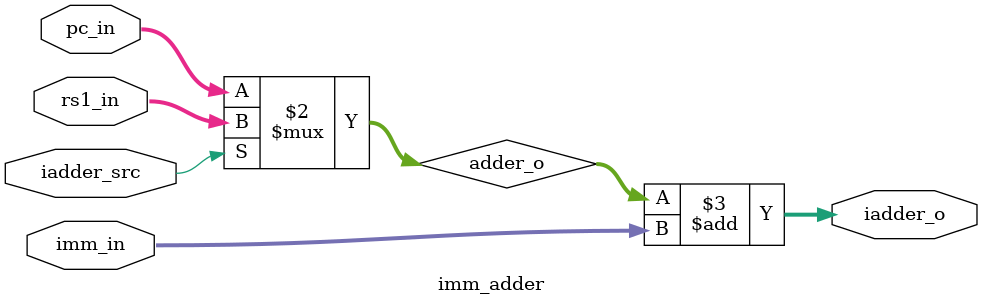
<source format=v>
module imm_adder( 
  input iadder_src,
  input [31:0] pc_in,
  input [31:0] rs1_in,
  input [31:0] imm_in,
  output [31:0] iadder_o  
); 
  wire [31:0] adder_o;
  assign adder_o = (iadder_src == 1'b0)? pc_in : rs1_in;
  assign iadder_o = adder_o + imm_in;
endmodule
</source>
